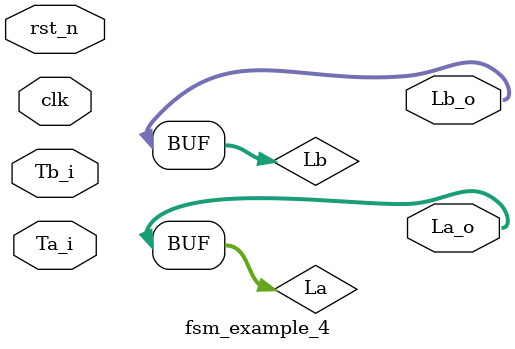
<source format=v>
module fsm_example_4 (
input   clk,
input   rst_n,
input   Ta_i,
input   Tb_i,
output  [1:0] La_o,
output  [1:0] Lb_o
);

localparam S0 = 2'b00;
localparam S1 = 2'b01;
localparam S2 = 2'b10;
localparam S3 = 2'b11;

localparam red     = 2'b00;
localparam yellow  = 2'b00;
localparam green   = 2'b00;

reg [1:0] La, Lb;
reg [1:0] state;

always @(posedge clk, negedge rst_n) begin
    if(rst_n == 1'b0) begin
        state <= S0;
    end
    else begin
        case (state)
            S0: begin
                if(ta_i == 1'b1) begin
                    state <= S0;
                end
                else begin
                    state <= S1;
                end
            end
            S1: begin
                state <= S2;
            end
            S2: begin
                if (tb_i == 1'b0) begin
                    state <= S3;
                end
                else begin
                    state <= S2;
                end
            end
            S3: begin
                state <= S0;
            end 
            default: begin
                state <= S0;
            end
        endcase
    end
end

always @(*) begin
    case (state)
        S0: begin
            la = green;
            lb = red;
        end
        S1: begin
            la = yellow;
            lb = red;
        end
        S2: begin
            la = red;
            lb = green;
        end 
        S3: begin
            la = red;
            lb = yellow;
        end
        default: begin
            la = green;
            lb = red;
        end 
    endcase
end

assign La_o = La;
assign Lb_o = Lb;

endmodule
</source>
